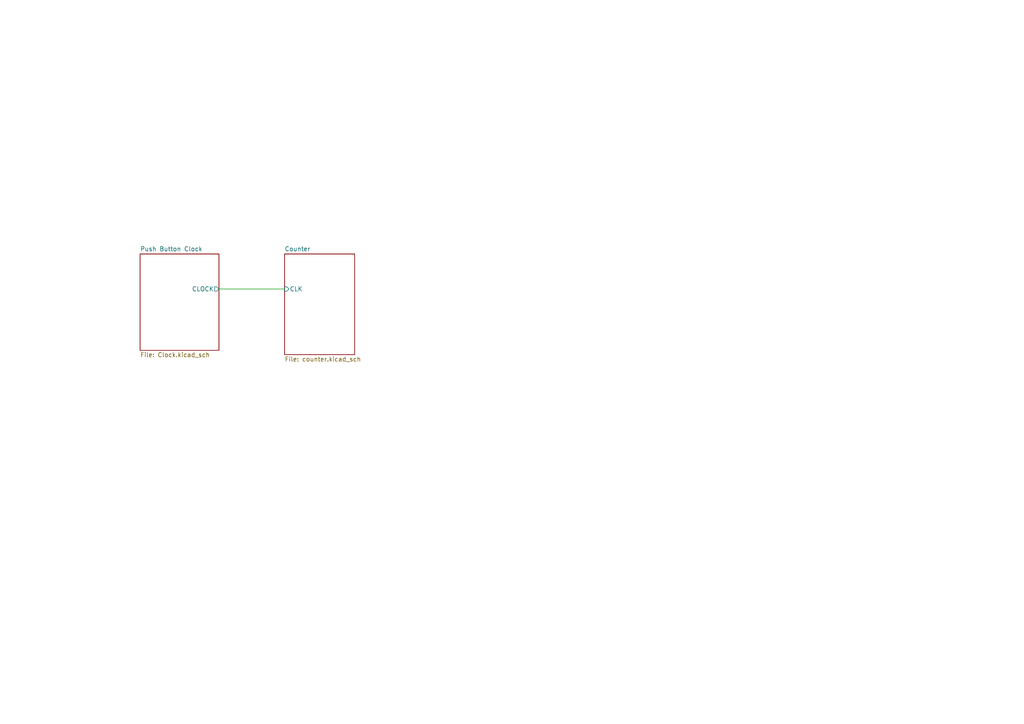
<source format=kicad_sch>
(kicad_sch (version 20230121) (generator eeschema)
  (paper "A4")
  (lib_symbols)
  (wire (pts (xy 63.5 83.82) (xy 82.55 83.82)))
  (sheet (at 82.55 73.66) (size 20.32 29.21) (stroke (width 0.1524))
    (property "Sheetname" "Counter" (at 82.55 72.9484 0) (effects (justify left bottom)))
    (property "Sheetfile" "counter.kicad_sch" (at 82.55 103.4546 0) (effects (justify left top)))
    (pin "CLK" input (at 82.55 83.82 180))
  )
  (sheet (at 40.64 73.66) (size 22.86 27.94) (stroke (width 0.1524))
    (property "Sheetname" "Push Button Clock" (at 40.64 72.9484 0) (effects (justify left bottom)))
    (property "Sheetfile" "Clock.kicad_sch" (at 40.64 102.1846 0) (effects (justify left top)))
    (pin "CLOCK" output (at 63.5 83.82 0))
  )
)
</source>
